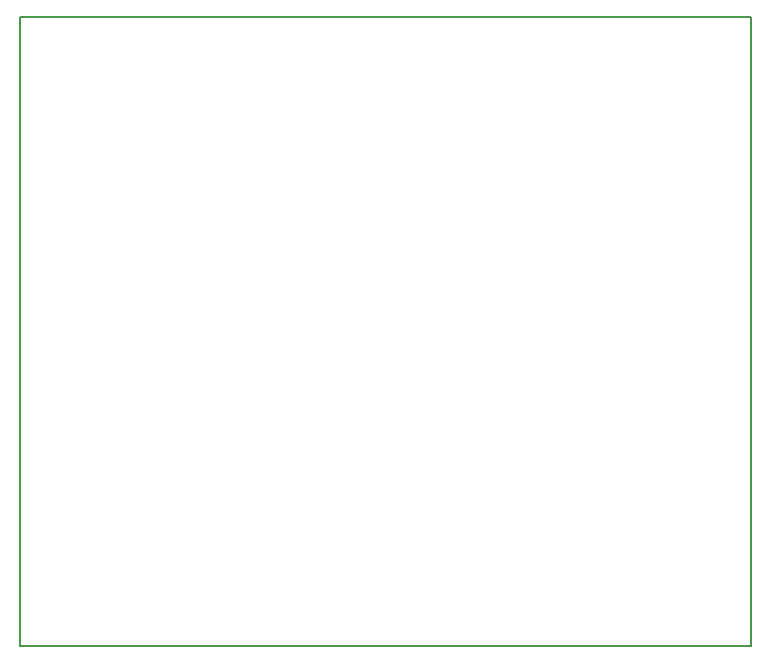
<source format=gbo>
G04 MADE WITH FRITZING*
G04 WWW.FRITZING.ORG*
G04 DOUBLE SIDED*
G04 HOLES PLATED*
G04 CONTOUR ON CENTER OF CONTOUR VECTOR*
%ASAXBY*%
%FSLAX23Y23*%
%MOIN*%
%OFA0B0*%
%SFA1.0B1.0*%
%ADD10R,2.444830X2.104830X2.428830X2.088830*%
%ADD11C,0.008000*%
%LNSILK0*%
G90*
G70*
G54D11*
X4Y2101D02*
X2441Y2101D01*
X2441Y4D01*
X4Y4D01*
X4Y2101D01*
D02*
G04 End of Silk0*
M02*
</source>
